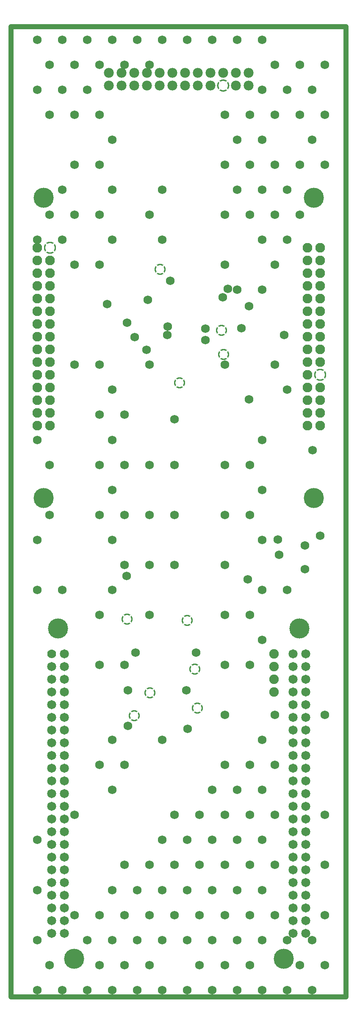
<source format=gbr>
G04 Layer_Physical_Order=2*
G04 Layer_Color=32768*
%FSLAX26Y26*%
%MOIN*%
%TF.FileFunction,Copper,L2,Inr,Plane*%
%TF.Part,Single*%
G01*
G75*
%TA.AperFunction,NonConductor*%
%ADD31C,0.040000*%
%TA.AperFunction,ComponentPad*%
%ADD32C,0.075433*%
%ADD33C,0.076221*%
G04:AMPARAMS|DCode=34|XSize=96.221mil|YSize=96.221mil|CornerRadius=0mil|HoleSize=0mil|Usage=FLASHONLY|Rotation=0.000|XOffset=0mil|YOffset=0mil|HoleType=Round|Shape=Relief|Width=10mil|Gap=10mil|Entries=4|*
%AMTHD34*
7,0,0,0.096221,0.076221,0.010000,45*
%
%ADD34THD34*%
%ADD35C,0.077402*%
G04:AMPARAMS|DCode=36|XSize=97.402mil|YSize=97.402mil|CornerRadius=0mil|HoleSize=0mil|Usage=FLASHONLY|Rotation=0.000|XOffset=0mil|YOffset=0mil|HoleType=Round|Shape=Relief|Width=10mil|Gap=10mil|Entries=4|*
%AMTHD36*
7,0,0,0.097402,0.077402,0.010000,45*
%
%ADD36THD36*%
%TA.AperFunction,WasherPad*%
%ADD37C,0.158110*%
%TA.AperFunction,ComponentPad*%
%ADD38C,0.158110*%
%ADD39C,0.071496*%
%ADD40C,0.070000*%
%TA.AperFunction,ViaPad*%
%ADD41C,0.068000*%
G04:AMPARAMS|DCode=42|XSize=88mil|YSize=88mil|CornerRadius=0mil|HoleSize=0mil|Usage=FLASHONLY|Rotation=0.000|XOffset=0mil|YOffset=0mil|HoleType=Round|Shape=Relief|Width=10mil|Gap=10mil|Entries=4|*
%AMTHD42*
7,0,0,0.088000,0.068000,0.010000,45*
%
%ADD42THD42*%
D31*
X-1169103Y363555D02*
X-1169103Y-7274287D01*
X-1169103Y363555D02*
X1468897Y363555D01*
X1468897Y-7274287D02*
X1468897Y363555D01*
X-1169103Y-7274287D02*
X1468897Y-7274287D01*
D32*
X901378Y-4573621D02*
D03*
X901378Y-4673621D02*
D03*
X901378Y-4773621D02*
D03*
X901378Y-4873621D02*
D03*
D33*
X-961811Y-2776618D02*
D03*
X-961811Y-2676618D02*
D03*
X-961811Y-2576618D02*
D03*
X-961811Y-2476618D02*
D03*
X-961811Y-2376618D02*
D03*
X-961811Y-2276618D02*
D03*
X-961811Y-2176618D02*
D03*
X-961811Y-2076618D02*
D03*
X-961811Y-1976618D02*
D03*
X-961811Y-1876618D02*
D03*
X-961811Y-1776618D02*
D03*
X-961811Y-1676618D02*
D03*
X-961811Y-1576618D02*
D03*
X-961811Y-1476618D02*
D03*
X-961811Y-1376618D02*
D03*
X-861811Y-2776618D02*
D03*
X-861811Y-2676618D02*
D03*
X-861811Y-2576618D02*
D03*
X-861811Y-2476618D02*
D03*
X-861811Y-2376618D02*
D03*
X-861811Y-2276618D02*
D03*
X-861811Y-2176618D02*
D03*
X-861811Y-2076618D02*
D03*
X-861811Y-1976618D02*
D03*
X-861811Y-1876618D02*
D03*
X-861811Y-1776618D02*
D03*
X-861811Y-1676618D02*
D03*
X-861811Y-1576618D02*
D03*
X-861811Y-1476618D02*
D03*
X1264173Y-1376618D02*
D03*
X1264173Y-1476618D02*
D03*
X1264173Y-1576618D02*
D03*
X1264173Y-1676618D02*
D03*
X1264173Y-1776618D02*
D03*
X1264173Y-1876618D02*
D03*
X1264173Y-1976618D02*
D03*
X1264173Y-2076618D02*
D03*
X1264173Y-2176618D02*
D03*
X1264173Y-2276618D02*
D03*
X1264173Y-2476618D02*
D03*
X1264173Y-2576618D02*
D03*
X1264173Y-2676618D02*
D03*
X1264173Y-2776618D02*
D03*
X1164173Y-1376618D02*
D03*
X1164173Y-1476618D02*
D03*
X1164173Y-1576618D02*
D03*
X1164173Y-1676618D02*
D03*
X1164173Y-1776618D02*
D03*
X1164173Y-1876618D02*
D03*
X1164173Y-1976618D02*
D03*
X1164173Y-2076618D02*
D03*
X1164173Y-2176618D02*
D03*
X1164173Y-2276618D02*
D03*
X1164173Y-2376618D02*
D03*
X1164173Y-2476618D02*
D03*
X1164173Y-2576618D02*
D03*
X1164173Y-2676618D02*
D03*
X1164173Y-2776618D02*
D03*
D34*
X-861811Y-1376618D02*
D03*
X1264173Y-2376618D02*
D03*
D35*
X600000Y-100000D02*
D03*
X600000Y0D02*
D03*
X500000Y0D02*
D03*
X400000Y0D02*
D03*
X300000Y0D02*
D03*
X200000Y0D02*
D03*
X100000Y0D02*
D03*
X0Y0D02*
D03*
X-100000Y0D02*
D03*
X-200000Y0D02*
D03*
X-300000Y0D02*
D03*
X-400000Y0D02*
D03*
X400000Y-100000D02*
D03*
X300000Y-100000D02*
D03*
X200000Y-100000D02*
D03*
X100000Y-100000D02*
D03*
X0Y-100000D02*
D03*
X-100000Y-100000D02*
D03*
X-200000Y-100000D02*
D03*
X-300000Y-100000D02*
D03*
X-400000Y-100000D02*
D03*
X700000Y0D02*
D03*
X700000Y-100000D02*
D03*
D36*
X500000Y-100000D02*
D03*
D37*
X-911810Y-982918D02*
D03*
X-911810Y-3345122D02*
D03*
X1214174Y-982918D02*
D03*
X1214174Y-3345122D02*
D03*
D38*
X-798622Y-4373622D02*
D03*
X1101378Y-4373622D02*
D03*
X976378Y-6973622D02*
D03*
X-673622Y-6973622D02*
D03*
D39*
X-748622Y-4573622D02*
D03*
X-748622Y-4673622D02*
D03*
X-748622Y-4773622D02*
D03*
X-748622Y-4873622D02*
D03*
X-748622Y-4973622D02*
D03*
X-748622Y-5073622D02*
D03*
X-748622Y-5173622D02*
D03*
X-748622Y-5273622D02*
D03*
X-748622Y-5373622D02*
D03*
X-748622Y-5473622D02*
D03*
X-748622Y-5573622D02*
D03*
X-748622Y-5673622D02*
D03*
X-748622Y-5773622D02*
D03*
X-748622Y-5873622D02*
D03*
X-748622Y-5973622D02*
D03*
X-748622Y-6073622D02*
D03*
X-748622Y-6173622D02*
D03*
X-748622Y-6273622D02*
D03*
X-748622Y-6373622D02*
D03*
X-748622Y-6473622D02*
D03*
X-748622Y-6573622D02*
D03*
X-748622Y-6673622D02*
D03*
X-748622Y-6773622D02*
D03*
X-848622Y-4673622D02*
D03*
X-848622Y-4773622D02*
D03*
X-848622Y-4873622D02*
D03*
X-848622Y-4973622D02*
D03*
X-848622Y-5073622D02*
D03*
X-848622Y-5173622D02*
D03*
X-848622Y-5273622D02*
D03*
X-848622Y-5373622D02*
D03*
X-848622Y-5473622D02*
D03*
X-848622Y-5573622D02*
D03*
X-848622Y-5673622D02*
D03*
X-848622Y-5773622D02*
D03*
X-848622Y-5873622D02*
D03*
X-848622Y-5973622D02*
D03*
X-848622Y-6073622D02*
D03*
X-848622Y-6173622D02*
D03*
X-848622Y-6273622D02*
D03*
X-848622Y-6373622D02*
D03*
X-848622Y-6473622D02*
D03*
X-848622Y-6573622D02*
D03*
X-848622Y-6673622D02*
D03*
X-848622Y-6773622D02*
D03*
X1051378Y-4573622D02*
D03*
X1151378Y-4573622D02*
D03*
X1151378Y-4673622D02*
D03*
X1151378Y-4773622D02*
D03*
X1151378Y-4873622D02*
D03*
X1151378Y-4973622D02*
D03*
X1151378Y-5073622D02*
D03*
X1151378Y-5173622D02*
D03*
X1151378Y-5273622D02*
D03*
X1151378Y-5373622D02*
D03*
X1151378Y-5473622D02*
D03*
X1151378Y-5573622D02*
D03*
X1151378Y-5673622D02*
D03*
X1151378Y-5773622D02*
D03*
X1151378Y-5873622D02*
D03*
X1151378Y-5973622D02*
D03*
X1151378Y-6073622D02*
D03*
X1151378Y-6173622D02*
D03*
X1151378Y-6273622D02*
D03*
X1151378Y-6373622D02*
D03*
X1151378Y-6473622D02*
D03*
X1151378Y-6573622D02*
D03*
X1151378Y-6673622D02*
D03*
X1151378Y-6773622D02*
D03*
X1051378Y-4673622D02*
D03*
X1051378Y-4773622D02*
D03*
X1051378Y-4873622D02*
D03*
X1051378Y-4973622D02*
D03*
X1051378Y-5073622D02*
D03*
X1051378Y-5173622D02*
D03*
X1051378Y-5273622D02*
D03*
X1051378Y-5373622D02*
D03*
X1051378Y-5473622D02*
D03*
X1051378Y-5573622D02*
D03*
X1051378Y-5673622D02*
D03*
X1051378Y-5773622D02*
D03*
X1051378Y-5873622D02*
D03*
X1051378Y-5973622D02*
D03*
X1051378Y-6073622D02*
D03*
X1051378Y-6173622D02*
D03*
X1051378Y-6273622D02*
D03*
X1051378Y-6373622D02*
D03*
X1051378Y-6473622D02*
D03*
X1051378Y-6573622D02*
D03*
X1051378Y-6673622D02*
D03*
X1051378Y-6773622D02*
D03*
D40*
X-848622Y-4573622D02*
D03*
D41*
X694324Y-3986122D02*
D03*
X-258352Y-3961122D02*
D03*
X1145000Y-3905000D02*
D03*
X361378Y-2103256D02*
D03*
X221378Y-5163622D02*
D03*
X-248622Y-4858622D02*
D03*
X209450Y-4861024D02*
D03*
X-248622Y-5138622D02*
D03*
X-188622Y-4563622D02*
D03*
X286378Y-4563622D02*
D03*
X497324Y-1765122D02*
D03*
X537324Y-1700122D02*
D03*
X82324Y-1635122D02*
D03*
X642324Y-2010122D02*
D03*
X-92676Y-1785122D02*
D03*
X62324Y-1995122D02*
D03*
X-257676Y-1965122D02*
D03*
X117324Y-2725122D02*
D03*
X1142324Y-3720122D02*
D03*
X-197676Y-2080122D02*
D03*
X1202324Y-2970122D02*
D03*
X-102676Y-2180122D02*
D03*
X704118Y-1837918D02*
D03*
X702324Y-2568122D02*
D03*
X941378Y-3793622D02*
D03*
X361378Y-2013622D02*
D03*
X61378Y-2063622D02*
D03*
X-414354Y-1820224D02*
D03*
X981378Y-2063622D02*
D03*
X931378Y-3673622D02*
D03*
X1264174Y-3641574D02*
D03*
X-964030Y-7218735D02*
D03*
X-865605Y-7021885D02*
D03*
X-964030Y-6825034D02*
D03*
X-964030Y-6431334D02*
D03*
X-964030Y-6037633D02*
D03*
X-964030Y-4069129D02*
D03*
X-964030Y-3675428D02*
D03*
X-865605Y-3478578D02*
D03*
X-865605Y-3084877D02*
D03*
X-964030Y-2888026D02*
D03*
X-964030Y-1313223D02*
D03*
X-865605Y-1116373D02*
D03*
X-865605Y-328971D02*
D03*
X-964030Y-132121D02*
D03*
X-865605Y64730D02*
D03*
X-964030Y261580D02*
D03*
X-767180Y-7218735D02*
D03*
X-668754Y-6628184D02*
D03*
X-668754Y-5840782D02*
D03*
X-767180Y-4069129D02*
D03*
X-668754Y-2297475D02*
D03*
X-668754Y-1510074D02*
D03*
X-767180Y-1313223D02*
D03*
X-668754Y-1116373D02*
D03*
X-767180Y-919522D02*
D03*
X-668754Y-722672D02*
D03*
X-668754Y-328971D02*
D03*
X-767180Y-132121D02*
D03*
X-668754Y64730D02*
D03*
X-767180Y261580D02*
D03*
X-570329Y-7218735D02*
D03*
X-471904Y-7021885D02*
D03*
X-570329Y-6825034D02*
D03*
X-471904Y-6628184D02*
D03*
X-471904Y-5447082D02*
D03*
X-471904Y-4659680D02*
D03*
X-471904Y-4265979D02*
D03*
X-471904Y-3478578D02*
D03*
X-471904Y-3084877D02*
D03*
X-471904Y-2691176D02*
D03*
X-471904Y-2297475D02*
D03*
X-471904Y-1510074D02*
D03*
X-471904Y-1116373D02*
D03*
X-471904Y-722672D02*
D03*
X-471904Y-328971D02*
D03*
X-570329Y-132121D02*
D03*
X-471904Y64730D02*
D03*
X-570329Y261580D02*
D03*
X-373479Y-7218735D02*
D03*
X-275054Y-7021885D02*
D03*
X-373479Y-6825034D02*
D03*
X-275054Y-6628184D02*
D03*
X-373479Y-6431334D02*
D03*
X-275054Y-6234483D02*
D03*
X-373479Y-5643932D02*
D03*
X-275054Y-5447082D02*
D03*
X-373479Y-5250231D02*
D03*
X-275054Y-4659680D02*
D03*
X-373479Y-4069129D02*
D03*
X-275054Y-3872278D02*
D03*
X-373479Y-3675428D02*
D03*
X-275054Y-3478578D02*
D03*
X-373479Y-3281727D02*
D03*
X-275054Y-3084877D02*
D03*
X-373479Y-2888026D02*
D03*
X-275054Y-2691176D02*
D03*
X-373479Y-2494326D02*
D03*
X-373479Y-1313223D02*
D03*
X-373479Y-919522D02*
D03*
X-373479Y-525822D02*
D03*
X-275054Y64730D02*
D03*
X-373479Y261580D02*
D03*
X-176628Y-7218735D02*
D03*
X-78203Y-7021885D02*
D03*
X-176628Y-6825034D02*
D03*
X-78203Y-6628184D02*
D03*
X-176628Y-6431334D02*
D03*
X-78203Y-6234483D02*
D03*
X-78203Y-4265979D02*
D03*
X-78203Y-3872278D02*
D03*
X-78203Y-3478578D02*
D03*
X-78203Y-3084877D02*
D03*
X-78203Y-2297475D02*
D03*
X-78203Y-1116373D02*
D03*
X-78203Y64730D02*
D03*
X-176628Y261580D02*
D03*
X20222Y-7218735D02*
D03*
X20222Y-6825034D02*
D03*
X118647Y-6628184D02*
D03*
X20222Y-6431334D02*
D03*
X118647Y-6234483D02*
D03*
X20222Y-6037633D02*
D03*
X118647Y-5840782D02*
D03*
X20222Y-5250231D02*
D03*
X118647Y-3872278D02*
D03*
X118647Y-3478578D02*
D03*
X118647Y-3084877D02*
D03*
X20222Y-1313223D02*
D03*
X20222Y-919522D02*
D03*
X20222Y261580D02*
D03*
X217072Y-7218735D02*
D03*
X315498Y-7021885D02*
D03*
X217072Y-6825034D02*
D03*
X315498Y-6628184D02*
D03*
X217072Y-6431334D02*
D03*
X315498Y-6234483D02*
D03*
X217072Y-6037633D02*
D03*
X315498Y-5840782D02*
D03*
X217072Y261580D02*
D03*
X413923Y-7218735D02*
D03*
X512348Y-7021885D02*
D03*
X413923Y-6825034D02*
D03*
X512348Y-6628184D02*
D03*
X413923Y-6431334D02*
D03*
X512348Y-6234483D02*
D03*
X413923Y-6037633D02*
D03*
X512348Y-5840782D02*
D03*
X413923Y-5643932D02*
D03*
X512348Y-5447082D02*
D03*
X512348Y-5053381D02*
D03*
X512348Y-4659680D02*
D03*
X512348Y-4265979D02*
D03*
X512348Y-3872278D02*
D03*
X512348Y-3478578D02*
D03*
X512348Y-3084877D02*
D03*
X512348Y-2297475D02*
D03*
X512348Y-1510074D02*
D03*
X512348Y-1116373D02*
D03*
X512348Y-722672D02*
D03*
X512348Y-328971D02*
D03*
X413923Y261580D02*
D03*
X610773Y-7218735D02*
D03*
X709198Y-7021885D02*
D03*
X610773Y-6825034D02*
D03*
X709198Y-6628184D02*
D03*
X610773Y-6431334D02*
D03*
X709198Y-6234483D02*
D03*
X610773Y-6037633D02*
D03*
X709198Y-5840782D02*
D03*
X610773Y-5643932D02*
D03*
X709198Y-5447082D02*
D03*
X709198Y-4659680D02*
D03*
X709198Y-4265979D02*
D03*
X709198Y-3478578D02*
D03*
X709198Y-3084877D02*
D03*
X610773Y-1706924D02*
D03*
X709198Y-1116373D02*
D03*
X610773Y-919522D02*
D03*
X709198Y-722672D02*
D03*
X610773Y-525822D02*
D03*
X709198Y-328971D02*
D03*
X610773Y261580D02*
D03*
X807624Y-7218735D02*
D03*
X807624Y-6825034D02*
D03*
X906049Y-6628184D02*
D03*
X807624Y-6431334D02*
D03*
X906049Y-6234483D02*
D03*
X807624Y-6037633D02*
D03*
X906049Y-5840782D02*
D03*
X807624Y-5643932D02*
D03*
X906049Y-5447082D02*
D03*
X807624Y-5250231D02*
D03*
X906049Y-5053381D02*
D03*
X807624Y-4462830D02*
D03*
X807624Y-4069129D02*
D03*
X807624Y-3675428D02*
D03*
X807624Y-3281727D02*
D03*
X807624Y-2888026D02*
D03*
X906049Y-2297475D02*
D03*
X807624Y-1706924D02*
D03*
X906049Y-1510074D02*
D03*
X807624Y-1313223D02*
D03*
X906049Y-1116373D02*
D03*
X807624Y-919522D02*
D03*
X906049Y-722672D02*
D03*
X807624Y-525822D02*
D03*
X906049Y-328971D02*
D03*
X807624Y-132121D02*
D03*
X906049Y64730D02*
D03*
X807624Y261580D02*
D03*
X1004474Y-7218735D02*
D03*
X1102899Y-7021885D02*
D03*
X1004474Y-6825034D02*
D03*
X1004474Y-4069129D02*
D03*
X1004474Y-2494326D02*
D03*
X1004474Y-1313223D02*
D03*
X1102899Y-1116373D02*
D03*
X1004474Y-919522D02*
D03*
X1102899Y-722672D02*
D03*
X1102899Y-328971D02*
D03*
X1004474Y-132121D02*
D03*
X1102899Y64730D02*
D03*
X1201324Y-7218735D02*
D03*
X1299750Y-7021885D02*
D03*
X1201324Y-6825034D02*
D03*
X1299750Y-6628184D02*
D03*
X1299750Y-6234483D02*
D03*
X1299750Y-5840782D02*
D03*
X1299750Y-5053381D02*
D03*
X1299750Y-722672D02*
D03*
X1201324Y-525822D02*
D03*
X1299750Y-328971D02*
D03*
X1201324Y-132121D02*
D03*
X1299750Y64730D02*
D03*
D42*
X277324Y-4693122D02*
D03*
X296324Y-4998122D02*
D03*
X-77676Y-4881122D02*
D03*
X-198676Y-5059122D02*
D03*
X-255676Y-4301122D02*
D03*
X218324Y-4311122D02*
D03*
X2324Y-1545122D02*
D03*
X502324Y-2215122D02*
D03*
X487324Y-2025122D02*
D03*
X157324Y-2440122D02*
D03*
%TF.MD5,2c1bdd4ead0ad86969bdcf5c8d52e503*%
M02*

</source>
